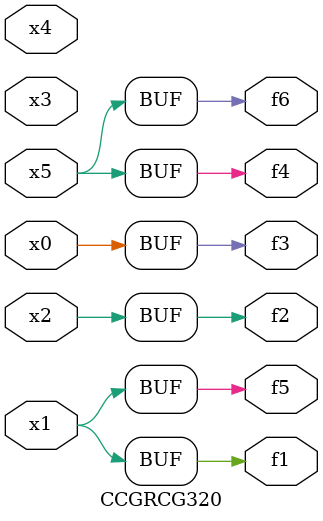
<source format=v>
module CCGRCG320(
	input x0, x1, x2, x3, x4, x5,
	output f1, f2, f3, f4, f5, f6
);
	assign f1 = x1;
	assign f2 = x2;
	assign f3 = x0;
	assign f4 = x5;
	assign f5 = x1;
	assign f6 = x5;
endmodule

</source>
